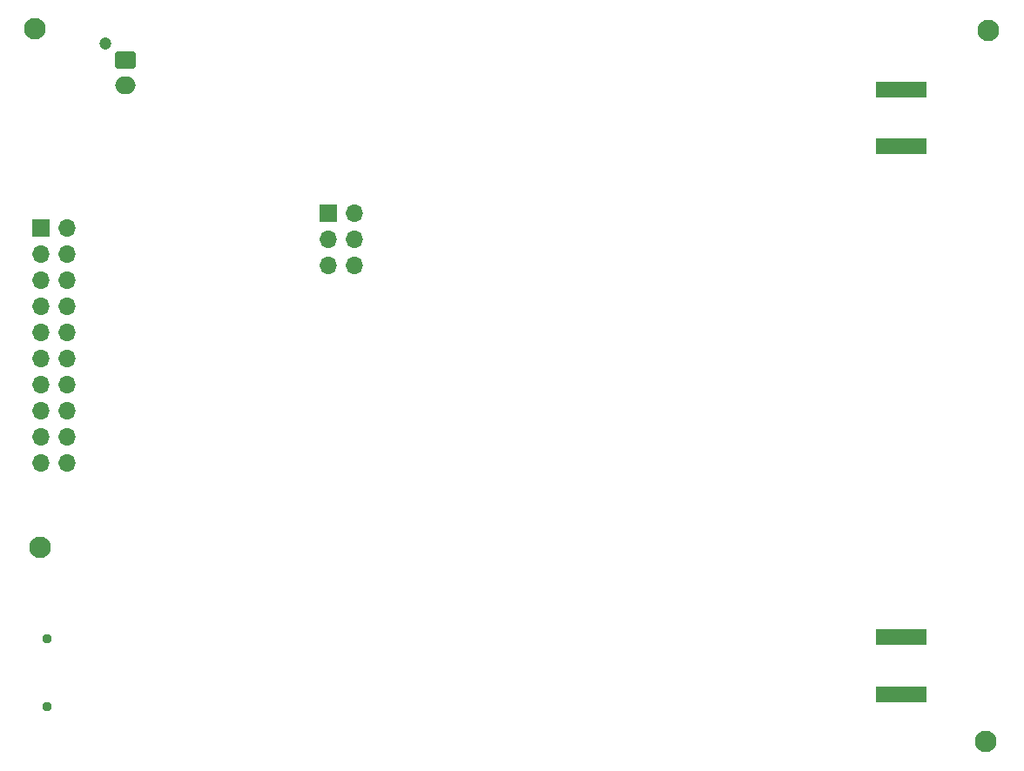
<source format=gbs>
%TF.GenerationSoftware,KiCad,Pcbnew,6.0.9-8da3e8f707~116~ubuntu22.04.1*%
%TF.CreationDate,2023-09-17T15:53:31-04:00*%
%TF.ProjectId,Recovery_DoubleStage,5265636f-7665-4727-995f-446f75626c65,rev?*%
%TF.SameCoordinates,Original*%
%TF.FileFunction,Soldermask,Bot*%
%TF.FilePolarity,Negative*%
%FSLAX46Y46*%
G04 Gerber Fmt 4.6, Leading zero omitted, Abs format (unit mm)*
G04 Created by KiCad (PCBNEW 6.0.9-8da3e8f707~116~ubuntu22.04.1) date 2023-09-17 15:53:31*
%MOMM*%
%LPD*%
G01*
G04 APERTURE LIST*
G04 Aperture macros list*
%AMRoundRect*
0 Rectangle with rounded corners*
0 $1 Rounding radius*
0 $2 $3 $4 $5 $6 $7 $8 $9 X,Y pos of 4 corners*
0 Add a 4 corners polygon primitive as box body*
4,1,4,$2,$3,$4,$5,$6,$7,$8,$9,$2,$3,0*
0 Add four circle primitives for the rounded corners*
1,1,$1+$1,$2,$3*
1,1,$1+$1,$4,$5*
1,1,$1+$1,$6,$7*
1,1,$1+$1,$8,$9*
0 Add four rect primitives between the rounded corners*
20,1,$1+$1,$2,$3,$4,$5,0*
20,1,$1+$1,$4,$5,$6,$7,0*
20,1,$1+$1,$6,$7,$8,$9,0*
20,1,$1+$1,$8,$9,$2,$3,0*%
G04 Aperture macros list end*
%ADD10C,1.200000*%
%ADD11RoundRect,0.250000X-0.750000X0.600000X-0.750000X-0.600000X0.750000X-0.600000X0.750000X0.600000X0*%
%ADD12O,2.000000X1.700000*%
%ADD13C,2.100000*%
%ADD14R,1.700000X1.700000*%
%ADD15O,1.700000X1.700000*%
%ADD16R,5.000000X1.600000*%
%ADD17C,0.950000*%
G04 APERTURE END LIST*
D10*
%TO.C,J6*%
X23264600Y-18415200D03*
D11*
X25264600Y-20015200D03*
D12*
X25264600Y-22515200D03*
%TD*%
D13*
%TO.C,H2*%
X108915200Y-86360000D03*
%TD*%
%TO.C,H4*%
X109169200Y-17170400D03*
%TD*%
D14*
%TO.C,J1*%
X44921000Y-34937000D03*
D15*
X47461000Y-34937000D03*
X44921000Y-37477000D03*
X47461000Y-37477000D03*
X44921000Y-40017000D03*
X47461000Y-40017000D03*
%TD*%
D13*
%TO.C,H3*%
X16459200Y-16967200D03*
%TD*%
D16*
%TO.C,J3*%
X100657000Y-76173200D03*
X100657000Y-81713200D03*
%TD*%
D17*
%TO.C,J5*%
X17641000Y-82961000D03*
X17641000Y-76361000D03*
%TD*%
D16*
%TO.C,J4*%
X100690000Y-22884000D03*
X100690000Y-28424000D03*
%TD*%
D14*
%TO.C,J2*%
X17013000Y-36327000D03*
D15*
X19553000Y-36327000D03*
X17013000Y-38867000D03*
X19553000Y-38867000D03*
X17013000Y-41407000D03*
X19553000Y-41407000D03*
X17013000Y-43947000D03*
X19553000Y-43947000D03*
X17013000Y-46487000D03*
X19553000Y-46487000D03*
X17013000Y-49027000D03*
X19553000Y-49027000D03*
X17013000Y-51567000D03*
X19553000Y-51567000D03*
X17013000Y-54107000D03*
X19553000Y-54107000D03*
X17013000Y-56647000D03*
X19553000Y-56647000D03*
X17013000Y-59187000D03*
X19553000Y-59187000D03*
%TD*%
D13*
%TO.C,H1*%
X16967200Y-67411600D03*
%TD*%
M02*

</source>
